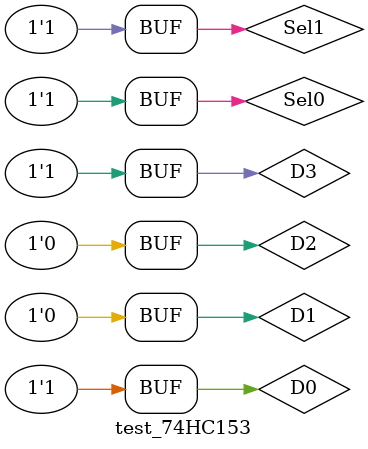
<source format=v>
`timescale 1ns/1ps;
module test_74HC153;
    reg D0,D1,D2,D3,Sel0,Sel1;
    wire Result;
    W_74HC153 u1(D0,D1,D2,D3,Sel0,Sel1,Result);
    initial
        begin
            D0=0;D1=0;D2=0;D3=0;
            Sel1=0;Sel0=0;
            #100 D0=1;D1=0;D2=0;D3=1;
            #100 Sel1=0;Sel0=1;
            #100 Sel1=1;Sel0=0;
            #100 Sel1=1;Sel0=1;
            #100;
        end
endmodule
</source>
